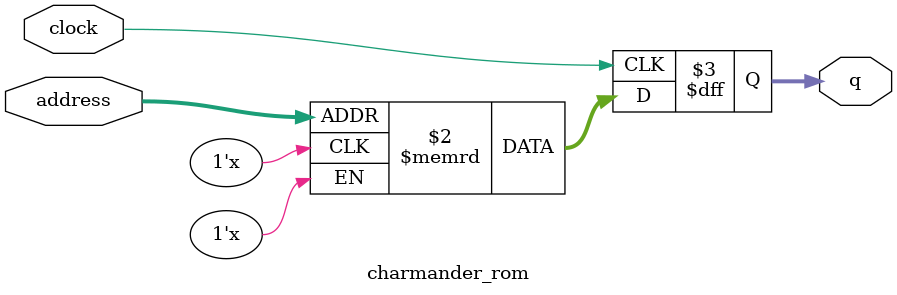
<source format=sv>
module charmander_rom (
	input logic clock,
	input logic [8:0] address,
	output logic [7:0] q
);

logic [7:0] memory [0:399] /* synthesis ram_init_file = "./charmander/charmander.mif" */;

always_ff @ (posedge clock) begin
	q <= memory[address];
end

endmodule

</source>
